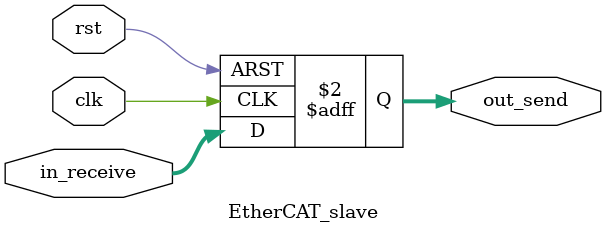
<source format=v>
module EtherCAT_slave #(
    parameter n = 8 
)(
    input [n-1:0] in_receive,
    input clk,
    input rst,
    output reg [n-1:0] out_send
);

// Example data processing in the EtherCAT slave
always @(posedge clk or posedge rst) begin
    if (rst) begin
        out_send <= 0;
    end else begin
        out_send <= in_receive; 
    end
end

endmodule

</source>
